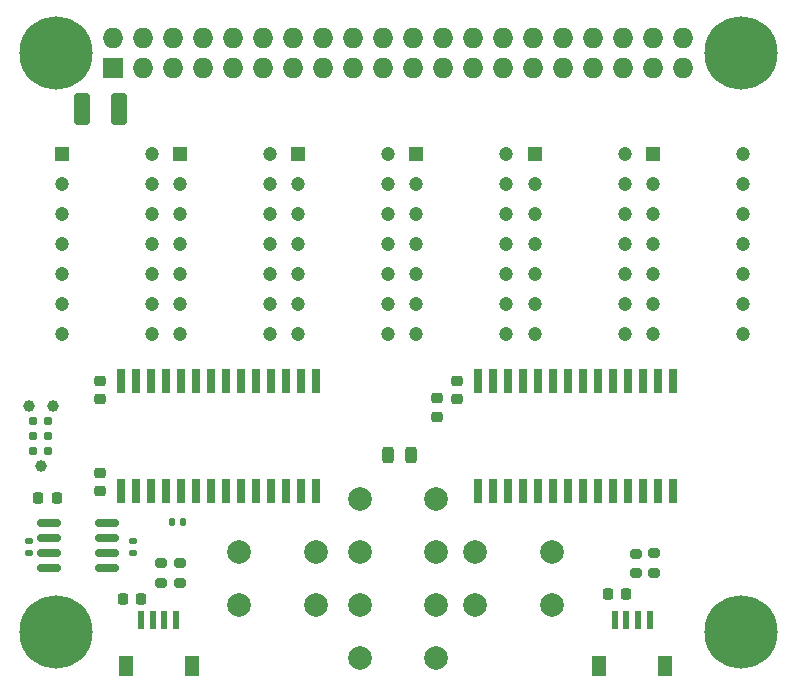
<source format=gts>
%TF.GenerationSoftware,KiCad,Pcbnew,7.0.8*%
%TF.CreationDate,2023-10-01T18:56:53+03:00*%
%TF.ProjectId,ltp_kikad,6c74705f-6b69-46b6-9164-2e6b69636164,rev?*%
%TF.SameCoordinates,Original*%
%TF.FileFunction,Soldermask,Top*%
%TF.FilePolarity,Negative*%
%FSLAX46Y46*%
G04 Gerber Fmt 4.6, Leading zero omitted, Abs format (unit mm)*
G04 Created by KiCad (PCBNEW 7.0.8) date 2023-10-01 18:56:53*
%MOMM*%
%LPD*%
G01*
G04 APERTURE LIST*
G04 Aperture macros list*
%AMRoundRect*
0 Rectangle with rounded corners*
0 $1 Rounding radius*
0 $2 $3 $4 $5 $6 $7 $8 $9 X,Y pos of 4 corners*
0 Add a 4 corners polygon primitive as box body*
4,1,4,$2,$3,$4,$5,$6,$7,$8,$9,$2,$3,0*
0 Add four circle primitives for the rounded corners*
1,1,$1+$1,$2,$3*
1,1,$1+$1,$4,$5*
1,1,$1+$1,$6,$7*
1,1,$1+$1,$8,$9*
0 Add four rect primitives between the rounded corners*
20,1,$1+$1,$2,$3,$4,$5,0*
20,1,$1+$1,$4,$5,$6,$7,0*
20,1,$1+$1,$6,$7,$8,$9,0*
20,1,$1+$1,$8,$9,$2,$3,0*%
G04 Aperture macros list end*
%ADD10R,1.200000X1.200000*%
%ADD11C,1.200000*%
%ADD12RoundRect,0.225000X0.225000X0.250000X-0.225000X0.250000X-0.225000X-0.250000X0.225000X-0.250000X0*%
%ADD13R,0.600000X1.550000*%
%ADD14R,1.200000X1.800000*%
%ADD15RoundRect,0.243750X-0.243750X-0.456250X0.243750X-0.456250X0.243750X0.456250X-0.243750X0.456250X0*%
%ADD16RoundRect,0.200000X0.275000X-0.200000X0.275000X0.200000X-0.275000X0.200000X-0.275000X-0.200000X0*%
%ADD17RoundRect,0.225000X0.250000X-0.225000X0.250000X0.225000X-0.250000X0.225000X-0.250000X-0.225000X0*%
%ADD18RoundRect,0.135000X0.185000X-0.135000X0.185000X0.135000X-0.185000X0.135000X-0.185000X-0.135000X0*%
%ADD19C,6.200000*%
%ADD20R,0.650000X2.100000*%
%ADD21RoundRect,0.225000X-0.250000X0.225000X-0.250000X-0.225000X0.250000X-0.225000X0.250000X0.225000X0*%
%ADD22C,2.000000*%
%ADD23RoundRect,0.150000X-0.825000X-0.150000X0.825000X-0.150000X0.825000X0.150000X-0.825000X0.150000X0*%
%ADD24RoundRect,0.140000X-0.170000X0.140000X-0.170000X-0.140000X0.170000X-0.140000X0.170000X0.140000X0*%
%ADD25RoundRect,0.147500X0.147500X0.172500X-0.147500X0.172500X-0.147500X-0.172500X0.147500X-0.172500X0*%
%ADD26R,1.727200X1.727200*%
%ADD27O,1.727200X1.727200*%
%ADD28C,0.990600*%
%ADD29C,0.787400*%
%ADD30RoundRect,0.250000X-0.412500X-1.100000X0.412500X-1.100000X0.412500X1.100000X-0.412500X1.100000X0*%
%ADD31RoundRect,0.225000X-0.225000X-0.250000X0.225000X-0.250000X0.225000X0.250000X-0.225000X0.250000X0*%
G04 APERTURE END LIST*
D10*
%TO.C,DS6*%
X173017000Y-65150000D03*
D11*
X173017000Y-67690000D03*
X173017000Y-70230000D03*
X173017000Y-72770000D03*
X173017000Y-75310000D03*
X173017000Y-77850000D03*
X173017000Y-80390000D03*
X180637000Y-80390000D03*
X180637000Y-77850000D03*
X180637000Y-75310000D03*
X180637000Y-72770000D03*
X180637000Y-70230000D03*
X180637000Y-67690000D03*
X180637000Y-65150000D03*
%TD*%
D10*
%TO.C,DS3*%
X143017000Y-65149600D03*
D11*
X143017000Y-67689600D03*
X143017000Y-70229600D03*
X143017000Y-72769600D03*
X143017000Y-75309600D03*
X143017000Y-77849600D03*
X143017000Y-80389600D03*
X150637000Y-80389600D03*
X150637000Y-77849600D03*
X150637000Y-75309600D03*
X150637000Y-72769600D03*
X150637000Y-70229600D03*
X150637000Y-67689600D03*
X150637000Y-65149600D03*
%TD*%
D12*
%TO.C,C3*%
X170762000Y-102400000D03*
X169212000Y-102400000D03*
%TD*%
D13*
%TO.C,J1*%
X129687000Y-104600000D03*
X130687000Y-104600000D03*
X131687000Y-104600000D03*
X132687000Y-104600000D03*
D14*
X128387000Y-108475000D03*
X133987000Y-108475000D03*
%TD*%
D15*
%TO.C,D2*%
X150649500Y-90600000D03*
X152524500Y-90600000D03*
%TD*%
D16*
%TO.C,R1*%
X131387000Y-101425000D03*
X131387000Y-99775000D03*
%TD*%
%TO.C,R4*%
X171587000Y-100625000D03*
X171587000Y-98975000D03*
%TD*%
D17*
%TO.C,C5*%
X126187000Y-93675000D03*
X126187000Y-92125000D03*
%TD*%
D18*
%TO.C,R10*%
X128987000Y-98910000D03*
X128987000Y-97890000D03*
%TD*%
D19*
%TO.C,*%
X122466800Y-105572200D03*
%TD*%
D20*
%TO.C,IC1*%
X127988900Y-93661600D03*
X129258900Y-93661600D03*
X130528900Y-93661600D03*
X131798900Y-93661600D03*
X133068900Y-93661600D03*
X134338900Y-93661600D03*
X135608900Y-93661600D03*
X136878900Y-93661600D03*
X138148900Y-93661600D03*
X139418900Y-93661600D03*
X140688900Y-93661600D03*
X141958900Y-93661600D03*
X143228900Y-93661600D03*
X144498900Y-93661600D03*
X144498900Y-84361600D03*
X143228900Y-84361600D03*
X141958900Y-84361600D03*
X140688900Y-84361600D03*
X139418900Y-84361600D03*
X138148900Y-84361600D03*
X136878900Y-84361600D03*
X135608900Y-84361600D03*
X134338900Y-84361600D03*
X133068900Y-84361600D03*
X131798900Y-84361600D03*
X130528900Y-84361600D03*
X129258900Y-84361600D03*
X127988900Y-84361600D03*
%TD*%
D21*
%TO.C,C2*%
X156437000Y-84325000D03*
X156437000Y-85875000D03*
%TD*%
D22*
%TO.C,SW4*%
X158012000Y-98850000D03*
X164512000Y-98850000D03*
X158012000Y-103350000D03*
X164512000Y-103350000D03*
%TD*%
D19*
%TO.C,*%
X180466800Y-56572200D03*
%TD*%
D16*
%TO.C,R3*%
X132987000Y-101425000D03*
X132987000Y-99775000D03*
%TD*%
D23*
%TO.C,U1*%
X121912000Y-96395000D03*
X121912000Y-97665000D03*
X121912000Y-98935000D03*
X121912000Y-100205000D03*
X126862000Y-100205000D03*
X126862000Y-98935000D03*
X126862000Y-97665000D03*
X126862000Y-96395000D03*
%TD*%
D24*
%TO.C,C7*%
X120187000Y-97920000D03*
X120187000Y-98880000D03*
%TD*%
D10*
%TO.C,DS5*%
X163017000Y-65150000D03*
D11*
X163017000Y-67690000D03*
X163017000Y-70230000D03*
X163017000Y-72770000D03*
X163017000Y-75310000D03*
X163017000Y-77850000D03*
X163017000Y-80390000D03*
X170637000Y-80390000D03*
X170637000Y-77850000D03*
X170637000Y-75310000D03*
X170637000Y-72770000D03*
X170637000Y-70230000D03*
X170637000Y-67690000D03*
X170637000Y-65150000D03*
%TD*%
D25*
%TO.C,D3*%
X133272000Y-96300000D03*
X132302000Y-96300000D03*
%TD*%
D19*
%TO.C,*%
X180466800Y-105572200D03*
%TD*%
D10*
%TO.C,DS2*%
X133017000Y-65150000D03*
D11*
X133017000Y-67690000D03*
X133017000Y-70230000D03*
X133017000Y-72770000D03*
X133017000Y-75310000D03*
X133017000Y-77850000D03*
X133017000Y-80390000D03*
X140637000Y-80390000D03*
X140637000Y-77850000D03*
X140637000Y-75310000D03*
X140637000Y-72770000D03*
X140637000Y-70230000D03*
X140637000Y-67690000D03*
X140637000Y-65150000D03*
%TD*%
D10*
%TO.C,DS1*%
X123017000Y-65150000D03*
D11*
X123017000Y-67690000D03*
X123017000Y-70230000D03*
X123017000Y-72770000D03*
X123017000Y-75310000D03*
X123017000Y-77850000D03*
X123017000Y-80390000D03*
X130637000Y-80390000D03*
X130637000Y-77850000D03*
X130637000Y-75310000D03*
X130637000Y-72770000D03*
X130637000Y-70230000D03*
X130637000Y-67690000D03*
X130637000Y-65150000D03*
%TD*%
D19*
%TO.C,*%
X122466800Y-56572200D03*
%TD*%
D22*
%TO.C,SW1*%
X148212000Y-94350000D03*
X154712000Y-94350000D03*
X148212000Y-98850000D03*
X154712000Y-98850000D03*
%TD*%
D16*
%TO.C,R5*%
X173097000Y-100600000D03*
X173097000Y-98950000D03*
%TD*%
D21*
%TO.C,C1*%
X126187000Y-84325000D03*
X126187000Y-85875000D03*
%TD*%
D22*
%TO.C,SW2*%
X138012000Y-98850000D03*
X144512000Y-98850000D03*
X138012000Y-103350000D03*
X144512000Y-103350000D03*
%TD*%
D26*
%TO.C,J2*%
X127330000Y-57840000D03*
D27*
X127330000Y-55300000D03*
X129870000Y-57840000D03*
X129870000Y-55300000D03*
X132410000Y-57840000D03*
X132410000Y-55300000D03*
X134950000Y-57840000D03*
X134950000Y-55300000D03*
X137490000Y-57840000D03*
X137490000Y-55300000D03*
X140030000Y-57840000D03*
X140030000Y-55300000D03*
X142570000Y-57840000D03*
X142570000Y-55300000D03*
X145110000Y-57840000D03*
X145110000Y-55300000D03*
X147650000Y-57840000D03*
X147650000Y-55300000D03*
X150190000Y-57840000D03*
X150190000Y-55300000D03*
X152730000Y-57840000D03*
X152730000Y-55300000D03*
X155270000Y-57840000D03*
X155270000Y-55300000D03*
X157810000Y-57840000D03*
X157810000Y-55300000D03*
X160350000Y-57840000D03*
X160350000Y-55300000D03*
X162890000Y-57840000D03*
X162890000Y-55300000D03*
X165430000Y-57840000D03*
X165430000Y-55300000D03*
X167970000Y-57840000D03*
X167970000Y-55300000D03*
X170510000Y-57840000D03*
X170510000Y-55300000D03*
X173050000Y-57840000D03*
X173050000Y-55300000D03*
X175590000Y-57840000D03*
X175590000Y-55300000D03*
%TD*%
D28*
%TO.C,J4*%
X121203000Y-91570000D03*
X120187000Y-86490000D03*
X122219000Y-86490000D03*
D29*
X121838000Y-90300000D03*
X120568000Y-90300000D03*
X121838000Y-89030000D03*
X120568000Y-89030000D03*
X121838000Y-87760000D03*
X120568000Y-87760000D03*
%TD*%
D21*
%TO.C,C4*%
X154787000Y-85825000D03*
X154787000Y-87375000D03*
%TD*%
D30*
%TO.C,C6*%
X124724500Y-61300000D03*
X127849500Y-61300000D03*
%TD*%
D10*
%TO.C,DS4*%
X153017000Y-65149600D03*
D11*
X153017000Y-67689600D03*
X153017000Y-70229600D03*
X153017000Y-72769600D03*
X153017000Y-75309600D03*
X153017000Y-77849600D03*
X153017000Y-80389600D03*
X160637000Y-80389600D03*
X160637000Y-77849600D03*
X160637000Y-75309600D03*
X160637000Y-72769600D03*
X160637000Y-70229600D03*
X160637000Y-67689600D03*
X160637000Y-65149600D03*
%TD*%
D22*
%TO.C,SW3*%
X148212000Y-103350000D03*
X154712000Y-103350000D03*
X148212000Y-107850000D03*
X154712000Y-107850000D03*
%TD*%
D12*
%TO.C,C8*%
X129737000Y-102800000D03*
X128187000Y-102800000D03*
%TD*%
D13*
%TO.C,J3*%
X169800000Y-104600000D03*
X170800000Y-104600000D03*
X171800000Y-104600000D03*
X172800000Y-104600000D03*
D14*
X168500000Y-108475000D03*
X174100000Y-108475000D03*
%TD*%
D20*
%TO.C,IC2*%
X158258900Y-93661600D03*
X159528900Y-93661600D03*
X160798900Y-93661600D03*
X162068900Y-93661600D03*
X163338900Y-93661600D03*
X164608900Y-93661600D03*
X165878900Y-93661600D03*
X167148900Y-93661600D03*
X168418900Y-93661600D03*
X169688900Y-93661600D03*
X170958900Y-93661600D03*
X172228900Y-93661600D03*
X173498900Y-93661600D03*
X174768900Y-93661600D03*
X174768900Y-84361600D03*
X173498900Y-84361600D03*
X172228900Y-84361600D03*
X170958900Y-84361600D03*
X169688900Y-84361600D03*
X168418900Y-84361600D03*
X167148900Y-84361600D03*
X165878900Y-84361600D03*
X164608900Y-84361600D03*
X163338900Y-84361600D03*
X162068900Y-84361600D03*
X160798900Y-84361600D03*
X159528900Y-84361600D03*
X158258900Y-84361600D03*
%TD*%
D31*
%TO.C,C9*%
X121012000Y-94300000D03*
X122562000Y-94300000D03*
%TD*%
M02*

</source>
